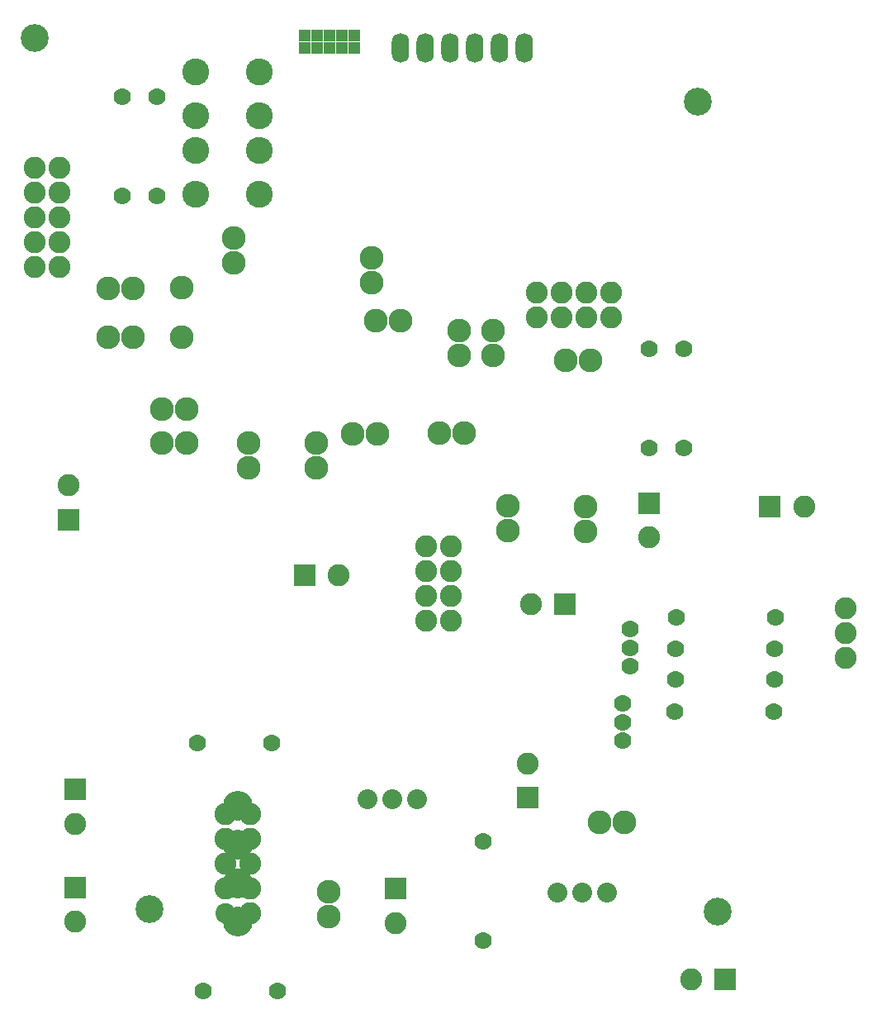
<source format=gbr>
%FSLAX35Y35*%
%MOIN*%
G04 EasyPC Gerber Version 18.0.8 Build 3632 *
%ADD84O,0.07000X0.12000*%
%ADD104R,0.04937X0.04937*%
%ADD75R,0.08874X0.08874*%
%ADD73C,0.07000*%
%ADD135C,0.08000*%
%ADD100C,0.08087*%
%ADD85C,0.08874*%
%ADD74C,0.09661*%
%ADD78C,0.10843*%
%ADD72C,0.11236*%
%ADD101C,0.12024*%
X0Y0D02*
D02*
D72*
X98856Y409305D03*
X145116Y57927D03*
X366573Y383715D03*
X374447Y56943D03*
D02*
D73*
X134289Y345683D03*
Y385683D03*
X148069Y345683D03*
Y385683D03*
X164467Y125053D03*
X166730Y24955D03*
X194467Y125053D03*
X196730Y24955D03*
X279959Y45230D03*
Y85230D03*
X336258Y125801D03*
Y133301D03*
Y140801D03*
X339014Y155860D03*
Y163360D03*
Y170860D03*
X346888Y243951D03*
Y283951D03*
X356986Y137750D03*
X357321Y150545D03*
X357518Y162848D03*
X357774Y175644D03*
X360667Y243951D03*
Y283951D03*
X396986Y137750D03*
X397321Y150545D03*
X397518Y162848D03*
X397774Y175644D03*
D02*
D74*
X128581Y288537D03*
Y308222D03*
X138581Y288537D03*
Y308222D03*
X150037Y245919D03*
Y259699D03*
X158108Y288537D03*
Y308537D03*
X160037Y245919D03*
Y259699D03*
X178974Y318596D03*
Y328596D03*
X185077Y236077D03*
Y246077D03*
X212537Y236077D03*
Y246077D03*
X217557Y55014D03*
Y65014D03*
X227242Y249659D03*
X234683Y310722D03*
Y320722D03*
X236494Y295132D03*
X237242Y249659D03*
X246494Y295132D03*
X262242Y249856D03*
X270116Y281195D03*
Y291195D03*
X272242Y249856D03*
X283896Y281195D03*
Y291195D03*
X289801Y210486D03*
Y220486D03*
X313266Y279384D03*
X321297Y210329D03*
Y220329D03*
X323266Y279384D03*
X326848Y92967D03*
X336848D03*
D02*
D75*
X112636Y215031D03*
X115195Y66768D03*
Y106138D03*
X207732Y192770D03*
X244427Y66178D03*
X297872Y102826D03*
X312815Y180959D03*
X346888Y221689D03*
X377579Y29778D03*
X395626Y220427D03*
D02*
D78*
X163817Y346313D03*
Y364030D03*
Y377809D03*
Y395526D03*
X189407Y346313D03*
Y364030D03*
Y377809D03*
Y395526D03*
D02*
D84*
X246494Y405368D03*
X256494D03*
X266494D03*
X276494D03*
X286494D03*
X296494D03*
D02*
D85*
X98856Y316785D03*
Y326785D03*
Y336785D03*
Y346785D03*
Y356785D03*
X108856Y316785D03*
Y326785D03*
Y336785D03*
Y346785D03*
Y356785D03*
X112636Y228811D03*
X115195Y52989D03*
Y92359D03*
X175746Y66234D03*
Y76234D03*
Y86234D03*
Y96234D03*
X185746Y56234D03*
Y66234D03*
Y76234D03*
Y86234D03*
Y96234D03*
X221511Y192770D03*
X244427Y52398D03*
X256652Y174384D03*
Y184384D03*
Y194384D03*
Y204384D03*
X266652Y174384D03*
Y184384D03*
Y194384D03*
Y204384D03*
X297872Y116606D03*
X299036Y180959D03*
X301376Y296667D03*
Y306667D03*
X311376Y296667D03*
Y306667D03*
X321376Y296667D03*
Y306667D03*
X331376Y296667D03*
Y306667D03*
X346888Y207910D03*
X363800Y29778D03*
X409405Y220427D03*
X425982Y159187D03*
Y169187D03*
Y179187D03*
D02*
D100*
X175746Y56234D03*
D02*
D101*
X180746Y52848D03*
Y68439D03*
Y84030D03*
Y99620D03*
D02*
D104*
X207715Y405211D03*
Y410211D03*
X212715Y405211D03*
Y410211D03*
X217715Y405211D03*
Y410211D03*
X222715Y405211D03*
Y410211D03*
X227715Y405211D03*
Y410211D03*
D02*
D135*
X233049Y102317D03*
X243049D03*
X253049D03*
X309919Y64620D03*
X319919D03*
X329919D03*
X0Y0D02*
M02*

</source>
